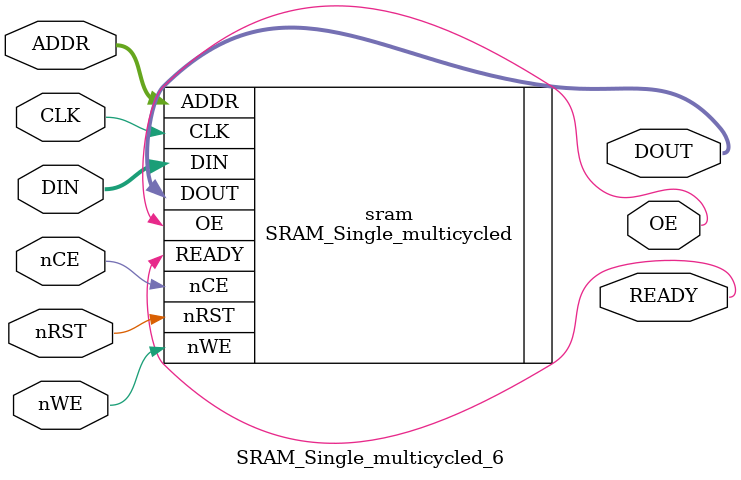
<source format=v>
`include "testdrive_system.vh"

module SRAM_Single_multicycled_6 (
	input					CLK,	// clock
	input					nRST,	// reset (active low)
	input					nCE,	// chip enable (active low)
	input					nWE,	// write enable (active low)
	output					READY,	// input ready
	input	[7:0]			ADDR,	// address
	input	[63:0]			DIN,	// data input
	output					OE,		// output enable
	output	[63:0]			DOUT	// data output
);

// definition & assignment ---------------------------------------------------

// implementation ------------------------------------------------------------
SRAM_Single_multicycled #(
	.CYCLE			(6)
) sram (
	.CLK			(CLK),
	.nRST			(nRST),
	.nCE			(nCE),
	.nWE			(nWE),
	.READY			(READY),
	.ADDR			(ADDR),
	.DIN			(DIN),
	.OE				(OE),
	.DOUT			(DOUT)
);

endmodule

</source>
